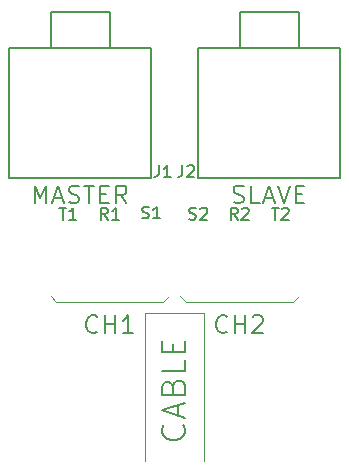
<source format=gbr>
G04 #@! TF.GenerationSoftware,KiCad,Pcbnew,(5.1.2)-1*
G04 #@! TF.CreationDate,2020-11-28T18:44:11+01:00*
G04 #@! TF.ProjectId,Kicad_Tweezers,4b696361-645f-4547-9765-657a6572732e,rev?*
G04 #@! TF.SameCoordinates,Original*
G04 #@! TF.FileFunction,Legend,Top*
G04 #@! TF.FilePolarity,Positive*
%FSLAX46Y46*%
G04 Gerber Fmt 4.6, Leading zero omitted, Abs format (unit mm)*
G04 Created by KiCad (PCBNEW (5.1.2)-1) date 2020-11-28 18:44:11*
%MOMM*%
%LPD*%
G04 APERTURE LIST*
%ADD10C,0.120000*%
%ADD11C,0.150000*%
G04 APERTURE END LIST*
D10*
X132000000Y-109000000D02*
X132500000Y-108500000D01*
X123000000Y-109000000D02*
X132000000Y-109000000D01*
X122500000Y-108500000D02*
X123000000Y-109000000D01*
X143000000Y-109000000D02*
X143500000Y-108500000D01*
X134000000Y-109000000D02*
X143000000Y-109000000D01*
X133500000Y-108500000D02*
X134000000Y-109000000D01*
D11*
X126464285Y-111535714D02*
X126392857Y-111607142D01*
X126178571Y-111678571D01*
X126035714Y-111678571D01*
X125821428Y-111607142D01*
X125678571Y-111464285D01*
X125607142Y-111321428D01*
X125535714Y-111035714D01*
X125535714Y-110821428D01*
X125607142Y-110535714D01*
X125678571Y-110392857D01*
X125821428Y-110250000D01*
X126035714Y-110178571D01*
X126178571Y-110178571D01*
X126392857Y-110250000D01*
X126464285Y-110321428D01*
X127107142Y-111678571D02*
X127107142Y-110178571D01*
X127107142Y-110892857D02*
X127964285Y-110892857D01*
X127964285Y-111678571D02*
X127964285Y-110178571D01*
X129464285Y-111678571D02*
X128607142Y-111678571D01*
X129035714Y-111678571D02*
X129035714Y-110178571D01*
X128892857Y-110392857D01*
X128750000Y-110535714D01*
X128607142Y-110607142D01*
X137464285Y-111535714D02*
X137392857Y-111607142D01*
X137178571Y-111678571D01*
X137035714Y-111678571D01*
X136821428Y-111607142D01*
X136678571Y-111464285D01*
X136607142Y-111321428D01*
X136535714Y-111035714D01*
X136535714Y-110821428D01*
X136607142Y-110535714D01*
X136678571Y-110392857D01*
X136821428Y-110250000D01*
X137035714Y-110178571D01*
X137178571Y-110178571D01*
X137392857Y-110250000D01*
X137464285Y-110321428D01*
X138107142Y-111678571D02*
X138107142Y-110178571D01*
X138107142Y-110892857D02*
X138964285Y-110892857D01*
X138964285Y-111678571D02*
X138964285Y-110178571D01*
X139607142Y-110321428D02*
X139678571Y-110250000D01*
X139821428Y-110178571D01*
X140178571Y-110178571D01*
X140321428Y-110250000D01*
X140392857Y-110321428D01*
X140464285Y-110464285D01*
X140464285Y-110607142D01*
X140392857Y-110821428D01*
X139535714Y-111678571D01*
X140464285Y-111678571D01*
X138000000Y-100607142D02*
X138214285Y-100678571D01*
X138571428Y-100678571D01*
X138714285Y-100607142D01*
X138785714Y-100535714D01*
X138857142Y-100392857D01*
X138857142Y-100250000D01*
X138785714Y-100107142D01*
X138714285Y-100035714D01*
X138571428Y-99964285D01*
X138285714Y-99892857D01*
X138142857Y-99821428D01*
X138071428Y-99750000D01*
X138000000Y-99607142D01*
X138000000Y-99464285D01*
X138071428Y-99321428D01*
X138142857Y-99250000D01*
X138285714Y-99178571D01*
X138642857Y-99178571D01*
X138857142Y-99250000D01*
X140214285Y-100678571D02*
X139500000Y-100678571D01*
X139500000Y-99178571D01*
X140642857Y-100250000D02*
X141357142Y-100250000D01*
X140500000Y-100678571D02*
X141000000Y-99178571D01*
X141500000Y-100678571D01*
X141785714Y-99178571D02*
X142285714Y-100678571D01*
X142785714Y-99178571D01*
X143285714Y-99892857D02*
X143785714Y-99892857D01*
X144000000Y-100678571D02*
X143285714Y-100678571D01*
X143285714Y-99178571D01*
X144000000Y-99178571D01*
X121142857Y-100678571D02*
X121142857Y-99178571D01*
X121642857Y-100250000D01*
X122142857Y-99178571D01*
X122142857Y-100678571D01*
X122785714Y-100250000D02*
X123500000Y-100250000D01*
X122642857Y-100678571D02*
X123142857Y-99178571D01*
X123642857Y-100678571D01*
X124071428Y-100607142D02*
X124285714Y-100678571D01*
X124642857Y-100678571D01*
X124785714Y-100607142D01*
X124857142Y-100535714D01*
X124928571Y-100392857D01*
X124928571Y-100250000D01*
X124857142Y-100107142D01*
X124785714Y-100035714D01*
X124642857Y-99964285D01*
X124357142Y-99892857D01*
X124214285Y-99821428D01*
X124142857Y-99750000D01*
X124071428Y-99607142D01*
X124071428Y-99464285D01*
X124142857Y-99321428D01*
X124214285Y-99250000D01*
X124357142Y-99178571D01*
X124714285Y-99178571D01*
X124928571Y-99250000D01*
X125357142Y-99178571D02*
X126214285Y-99178571D01*
X125785714Y-100678571D02*
X125785714Y-99178571D01*
X126714285Y-99892857D02*
X127214285Y-99892857D01*
X127428571Y-100678571D02*
X126714285Y-100678571D01*
X126714285Y-99178571D01*
X127428571Y-99178571D01*
X128928571Y-100678571D02*
X128428571Y-99964285D01*
X128071428Y-100678571D02*
X128071428Y-99178571D01*
X128642857Y-99178571D01*
X128785714Y-99250000D01*
X128857142Y-99321428D01*
X128928571Y-99464285D01*
X128928571Y-99678571D01*
X128857142Y-99821428D01*
X128785714Y-99892857D01*
X128642857Y-99964285D01*
X128071428Y-99964285D01*
X133714285Y-119452380D02*
X133809523Y-119547619D01*
X133904761Y-119833333D01*
X133904761Y-120023809D01*
X133809523Y-120309523D01*
X133619047Y-120500000D01*
X133428571Y-120595238D01*
X133047619Y-120690476D01*
X132761904Y-120690476D01*
X132380952Y-120595238D01*
X132190476Y-120500000D01*
X132000000Y-120309523D01*
X131904761Y-120023809D01*
X131904761Y-119833333D01*
X132000000Y-119547619D01*
X132095238Y-119452380D01*
X133333333Y-118690476D02*
X133333333Y-117738095D01*
X133904761Y-118880952D02*
X131904761Y-118214285D01*
X133904761Y-117547619D01*
X132857142Y-116214285D02*
X132952380Y-115928571D01*
X133047619Y-115833333D01*
X133238095Y-115738095D01*
X133523809Y-115738095D01*
X133714285Y-115833333D01*
X133809523Y-115928571D01*
X133904761Y-116119047D01*
X133904761Y-116880952D01*
X131904761Y-116880952D01*
X131904761Y-116214285D01*
X132000000Y-116023809D01*
X132095238Y-115928571D01*
X132285714Y-115833333D01*
X132476190Y-115833333D01*
X132666666Y-115928571D01*
X132761904Y-116023809D01*
X132857142Y-116214285D01*
X132857142Y-116880952D01*
X133904761Y-113928571D02*
X133904761Y-114880952D01*
X131904761Y-114880952D01*
X132857142Y-113261904D02*
X132857142Y-112595238D01*
X133904761Y-112309523D02*
X133904761Y-113261904D01*
X131904761Y-113261904D01*
X131904761Y-112309523D01*
D10*
X130500000Y-110000000D02*
X135500000Y-110000000D01*
X135500000Y-122500000D02*
X135500000Y-110000000D01*
X130500000Y-110000000D02*
X130500000Y-122500000D01*
D11*
X138500000Y-84500000D02*
X138500000Y-87500000D01*
X143500000Y-84500000D02*
X138500000Y-84500000D01*
X143500000Y-87500000D02*
X143500000Y-84500000D01*
X147000000Y-87500000D02*
X141000000Y-87500000D01*
X147000000Y-98500000D02*
X147000000Y-87500000D01*
X135000000Y-98500000D02*
X147000000Y-98500000D01*
X135000000Y-87500000D02*
X135000000Y-98500000D01*
X141000000Y-87500000D02*
X135000000Y-87500000D01*
X122500000Y-84500000D02*
X122500000Y-87500000D01*
X127500000Y-84500000D02*
X122500000Y-84500000D01*
X127500000Y-87500000D02*
X127500000Y-84500000D01*
X131000000Y-87500000D02*
X125000000Y-87500000D01*
X131000000Y-98500000D02*
X131000000Y-87500000D01*
X119000000Y-98500000D02*
X131000000Y-98500000D01*
X119000000Y-87500000D02*
X119000000Y-98500000D01*
X125000000Y-87500000D02*
X119000000Y-87500000D01*
X141238095Y-101052380D02*
X141809523Y-101052380D01*
X141523809Y-102052380D02*
X141523809Y-101052380D01*
X142095238Y-101147619D02*
X142142857Y-101100000D01*
X142238095Y-101052380D01*
X142476190Y-101052380D01*
X142571428Y-101100000D01*
X142619047Y-101147619D01*
X142666666Y-101242857D01*
X142666666Y-101338095D01*
X142619047Y-101480952D01*
X142047619Y-102052380D01*
X142666666Y-102052380D01*
X123238095Y-101052380D02*
X123809523Y-101052380D01*
X123523809Y-102052380D02*
X123523809Y-101052380D01*
X124666666Y-102052380D02*
X124095238Y-102052380D01*
X124380952Y-102052380D02*
X124380952Y-101052380D01*
X124285714Y-101195238D01*
X124190476Y-101290476D01*
X124095238Y-101338095D01*
X134238095Y-102004761D02*
X134380952Y-102052380D01*
X134619047Y-102052380D01*
X134714285Y-102004761D01*
X134761904Y-101957142D01*
X134809523Y-101861904D01*
X134809523Y-101766666D01*
X134761904Y-101671428D01*
X134714285Y-101623809D01*
X134619047Y-101576190D01*
X134428571Y-101528571D01*
X134333333Y-101480952D01*
X134285714Y-101433333D01*
X134238095Y-101338095D01*
X134238095Y-101242857D01*
X134285714Y-101147619D01*
X134333333Y-101100000D01*
X134428571Y-101052380D01*
X134666666Y-101052380D01*
X134809523Y-101100000D01*
X135190476Y-101147619D02*
X135238095Y-101100000D01*
X135333333Y-101052380D01*
X135571428Y-101052380D01*
X135666666Y-101100000D01*
X135714285Y-101147619D01*
X135761904Y-101242857D01*
X135761904Y-101338095D01*
X135714285Y-101480952D01*
X135142857Y-102052380D01*
X135761904Y-102052380D01*
X130238095Y-101904761D02*
X130380952Y-101952380D01*
X130619047Y-101952380D01*
X130714285Y-101904761D01*
X130761904Y-101857142D01*
X130809523Y-101761904D01*
X130809523Y-101666666D01*
X130761904Y-101571428D01*
X130714285Y-101523809D01*
X130619047Y-101476190D01*
X130428571Y-101428571D01*
X130333333Y-101380952D01*
X130285714Y-101333333D01*
X130238095Y-101238095D01*
X130238095Y-101142857D01*
X130285714Y-101047619D01*
X130333333Y-101000000D01*
X130428571Y-100952380D01*
X130666666Y-100952380D01*
X130809523Y-101000000D01*
X131761904Y-101952380D02*
X131190476Y-101952380D01*
X131476190Y-101952380D02*
X131476190Y-100952380D01*
X131380952Y-101095238D01*
X131285714Y-101190476D01*
X131190476Y-101238095D01*
X138333333Y-102052380D02*
X138000000Y-101576190D01*
X137761904Y-102052380D02*
X137761904Y-101052380D01*
X138142857Y-101052380D01*
X138238095Y-101100000D01*
X138285714Y-101147619D01*
X138333333Y-101242857D01*
X138333333Y-101385714D01*
X138285714Y-101480952D01*
X138238095Y-101528571D01*
X138142857Y-101576190D01*
X137761904Y-101576190D01*
X138714285Y-101147619D02*
X138761904Y-101100000D01*
X138857142Y-101052380D01*
X139095238Y-101052380D01*
X139190476Y-101100000D01*
X139238095Y-101147619D01*
X139285714Y-101242857D01*
X139285714Y-101338095D01*
X139238095Y-101480952D01*
X138666666Y-102052380D01*
X139285714Y-102052380D01*
X127333333Y-102052380D02*
X127000000Y-101576190D01*
X126761904Y-102052380D02*
X126761904Y-101052380D01*
X127142857Y-101052380D01*
X127238095Y-101100000D01*
X127285714Y-101147619D01*
X127333333Y-101242857D01*
X127333333Y-101385714D01*
X127285714Y-101480952D01*
X127238095Y-101528571D01*
X127142857Y-101576190D01*
X126761904Y-101576190D01*
X128285714Y-102052380D02*
X127714285Y-102052380D01*
X128000000Y-102052380D02*
X128000000Y-101052380D01*
X127904761Y-101195238D01*
X127809523Y-101290476D01*
X127714285Y-101338095D01*
X133666666Y-97452380D02*
X133666666Y-98166666D01*
X133619047Y-98309523D01*
X133523809Y-98404761D01*
X133380952Y-98452380D01*
X133285714Y-98452380D01*
X134095238Y-97547619D02*
X134142857Y-97500000D01*
X134238095Y-97452380D01*
X134476190Y-97452380D01*
X134571428Y-97500000D01*
X134619047Y-97547619D01*
X134666666Y-97642857D01*
X134666666Y-97738095D01*
X134619047Y-97880952D01*
X134047619Y-98452380D01*
X134666666Y-98452380D01*
X131666666Y-97452380D02*
X131666666Y-98166666D01*
X131619047Y-98309523D01*
X131523809Y-98404761D01*
X131380952Y-98452380D01*
X131285714Y-98452380D01*
X132666666Y-98452380D02*
X132095238Y-98452380D01*
X132380952Y-98452380D02*
X132380952Y-97452380D01*
X132285714Y-97595238D01*
X132190476Y-97690476D01*
X132095238Y-97738095D01*
M02*

</source>
